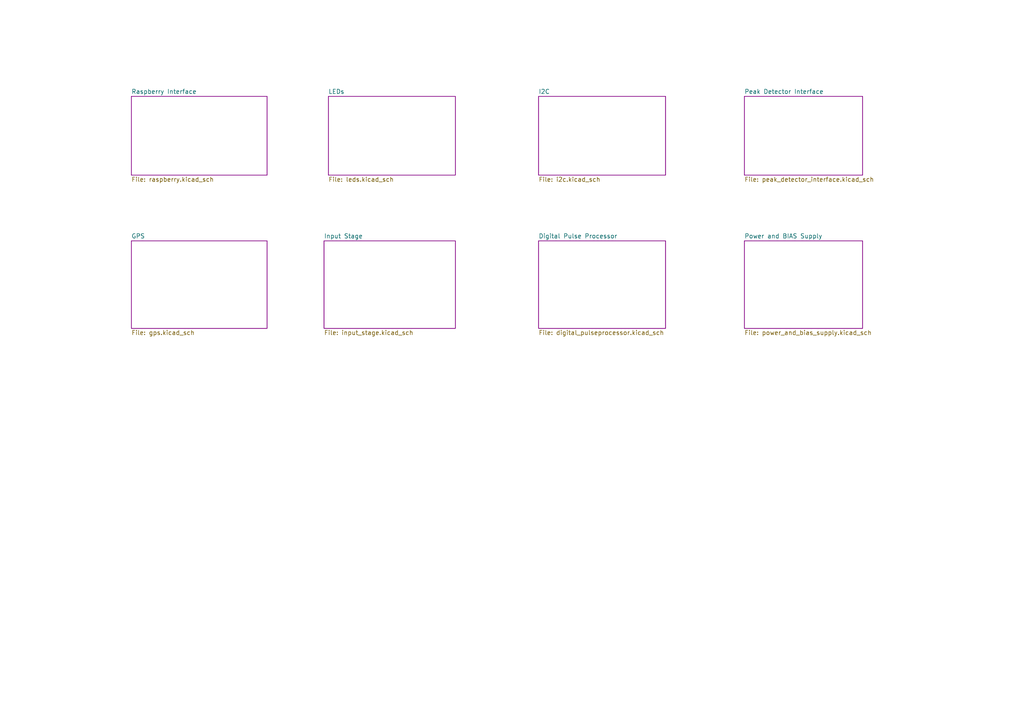
<source format=kicad_sch>
(kicad_sch (version 20210406) (generator eeschema)
  (paper "A4")
  (lib_symbols)
  (sheet (at 156.21 69.85) (size 36.83 25.4) (stroke (width 0) (color 132 0 132 1)) (fill (color 255 255 255 0.0000))
    (property "Sheet name" "Digital Pulse Processor" (at 156.21 69.2145 0) (effects (justify left bottom)))
    (property "Sheet file" "digital_pulseprocessor.kicad_sch" (at 156.21 95.7585 0) (effects (justify left top)))
  )
  (sheet (at 38.1 69.85) (size 39.37 25.4) (stroke (width 0) (color 132 0 132 1)) (fill (color 255 255 255 0.0000))
    (property "Sheet name" "GPS" (at 38.1 69.2145 0) (effects (justify left bottom)))
    (property "Sheet file" "gps.kicad_sch" (at 38.1 95.7585 0) (effects (justify left top)))
  )
  (sheet (at 156.21 27.94) (size 36.83 22.86) (stroke (width 0) (color 132 0 132 1)) (fill (color 255 255 255 0.0000))
    (property "Sheet name" "I2C" (at 156.21 27.3045 0) (effects (justify left bottom)))
    (property "Sheet file" "i2c.kicad_sch" (at 156.21 51.3085 0) (effects (justify left top)))
  )
  (sheet (at 93.98 69.85) (size 38.1 25.4) (stroke (width 0) (color 132 0 132 1)) (fill (color 255 255 255 0.0000))
    (property "Sheet name" "Input Stage" (at 93.98 69.2145 0) (effects (justify left bottom)))
    (property "Sheet file" "input_stage.kicad_sch" (at 93.98 95.7585 0) (effects (justify left top)))
  )
  (sheet (at 95.25 27.94) (size 36.83 22.86) (stroke (width 0) (color 132 0 132 1)) (fill (color 255 255 255 0.0000))
    (property "Sheet name" "LEDs" (at 95.25 27.3045 0) (effects (justify left bottom)))
    (property "Sheet file" "leds.kicad_sch" (at 95.25 51.3085 0) (effects (justify left top)))
  )
  (sheet (at 215.9 27.94) (size 34.29 22.86) (stroke (width 0) (color 132 0 132 1)) (fill (color 255 255 255 0.0000))
    (property "Sheet name" "Peak Detector Interface" (at 215.9 27.3045 0) (effects (justify left bottom)))
    (property "Sheet file" "peak_detector_interface.kicad_sch" (at 215.9 51.3085 0) (effects (justify left top)))
  )
  (sheet (at 215.9 69.85) (size 34.29 25.4) (stroke (width 0) (color 132 0 132 1)) (fill (color 255 255 255 0.0000))
    (property "Sheet name" "Power and BIAS Supply" (at 215.9 69.2145 0) (effects (justify left bottom)))
    (property "Sheet file" "power_and_bias_supply.kicad_sch" (at 215.9 95.7585 0) (effects (justify left top)))
  )
  (sheet (at 38.1 27.94) (size 39.37 22.86) (stroke (width 0) (color 132 0 132 1)) (fill (color 255 255 255 0.0000))
    (property "Sheet name" "Raspberry Interface" (at 38.1 27.3045 0) (effects (justify left bottom)))
    (property "Sheet file" "raspberry.kicad_sch" (at 38.1 51.3085 0) (effects (justify left top)))
  )
)
</source>
